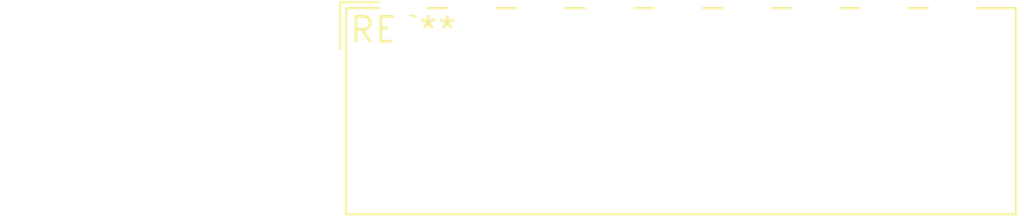
<source format=kicad_pcb>
(kicad_pcb (version 20240108) (generator pcbnew)
  (layers (0 "F.Cu" signal) (31 "B.Cu" signal) (34 "B.Paste" user) (35 "F.Paste" user) (36 "B.SilkS" user "B.Silkscreen") (37 "F.SilkS" user "F.Silkscreen") (38 "B.Mask" user) (39 "F.Mask" user) (44 "Edge.Cuts" user))
  (net 0 "")
  (footprint "Wago_734-169_1x09_P3.50mm_Horizontal" (layer "F.Cu") (at 0 0)
    (property "Reference" "REF**")
    (property "Value" "Wago_734-169_1x09_P3.50mm_Horizontal")
    (fp_line (start -3.21 -1.41) (end -1.26 -1.41) (layer "F.SilkS") (stroke (width 0.12)))
    (fp_line (start -3.21 1) (end -3.21 -1.41) (layer "F.SilkS") (stroke (width 0.12)))
    (fp_line (start -2.91 -1.11) (end -2.91 9.41) (layer "F.SilkS") (stroke (width 0.12)))
    (fp_line (start -2.91 9.41) (end 31.21 9.41) (layer "F.SilkS") (stroke (width 0.12)))
    (fp_line (start -1.26 -1.11) (end -2.91 -1.11) (layer "F.SilkS") (stroke (width 0.12)))
    (fp_line (start 1.26 -1.11) (end 2.24 -1.11) (layer "F.SilkS") (stroke (width 0.12)))
    (fp_line (start 4.76 -1.11) (end 5.74 -1.11) (layer "F.SilkS") (stroke (width 0.12)))
    (fp_line (start 8.26 -1.11) (end 9.24 -1.11) (layer "F.SilkS") (stroke (width 0.12)))
    (fp_line (start 11.76 -1.11) (end 12.74 -1.11) (layer "F.SilkS") (stroke (width 0.12)))
    (fp_line (start 15.26 -1.11) (end 16.24 -1.11) (layer "F.SilkS") (stroke (width 0.12)))
    (fp_line (start 18.76 -1.11) (end 19.74 -1.11) (layer "F.SilkS") (stroke (width 0.12)))
    (fp_line (start 22.26 -1.11) (end 23.24 -1.11) (layer "F.SilkS") (stroke (width 0.12)))
    (fp_line (start 25.76 -1.11) (end 26.74 -1.11) (layer "F.SilkS") (stroke (width 0.12)))
    (fp_line (start 31.21 -1.11) (end 29.26 -1.11) (layer "F.SilkS") (stroke (width 0.12)))
    (fp_line (start 31.21 9.41) (end 31.21 -1.11) (layer "F.SilkS") (stroke (width 0.12)))
    (pad "1" thru_hole roundrect (at 0 0) (size 2 2.6) (drill 1.6) (layers *.Cu *.Mask) (remove_unused_layers) (roundrect_rratio 0.125))
    (pad "2" thru_hole oval (at 3.5 0) (size 2 2.6) (drill 1.6) (layers *.Cu *.Mask) (remove_unused_layers))
    (pad "3" thru_hole oval (at 7 0) (size 2 2.6) (drill 1.6) (layers *.Cu *.Mask) (remove_unused_layers))
    (pad "4" thru_hole oval (at 10.5 0) (size 2 2.6) (drill 1.6) (layers *.Cu *.Mask) (remove_unused_layers))
    (pad "5" thru_hole oval (at 14 0) (size 2 2.6) (drill 1.6) (layers *.Cu *.Mask) (remove_unused_layers))
    (pad "6" thru_hole oval (at 17.5 0) (size 2 2.6) (drill 1.6) (layers *.Cu *.Mask) (remove_unused_layers))
    (pad "7" thru_hole oval (at 21 0) (size 2 2.6) (drill 1.6) (layers *.Cu *.Mask) (remove_unused_layers))
    (pad "8" thru_hole oval (at 24.5 0) (size 2 2.6) (drill 1.6) (layers *.Cu *.Mask) (remove_unused_layers))
    (pad "9" thru_hole oval (at 28 0) (size 2 2.6) (drill 1.6) (layers *.Cu *.Mask) (remove_unused_layers))
  )
)
</source>
